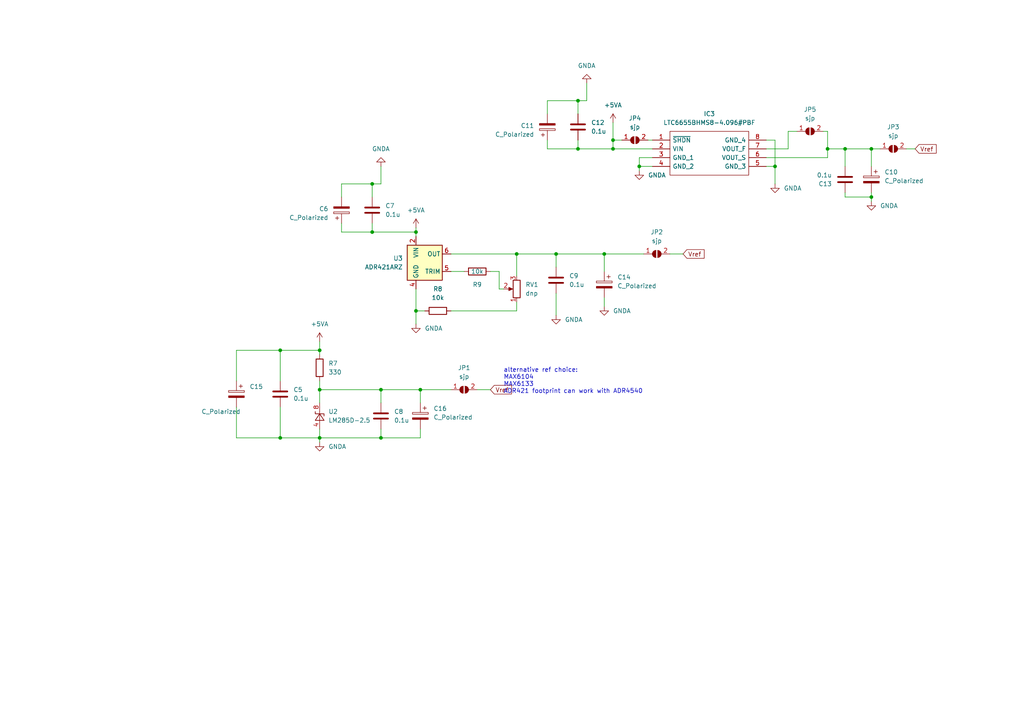
<source format=kicad_sch>
(kicad_sch (version 20211123) (generator eeschema)
  (paper "A4")
  (lib_symbols
    (symbol "Device:C" (pin_numbers hide) (pin_names (offset 0.254))
      (property "Reference" "C" (at 0.635 2.54 0))
      (property "Value" "C" (at 0.635 -2.54 0))
      (symbol "C_0_1"
        (polyline (pts (xy -2.032 -0.762) (xy 2.032 -0.762)) (stroke (width 0.508)))
        (polyline (pts (xy -2.032 0.762) (xy 2.032 0.762)) (stroke (width 0.508)))
      )
      (symbol "C_1_1"
        (pin passive line (at 0 3.81 270) (length 2.794) (name "~") (number "1"))
        (pin passive line (at 0 -3.81 90) (length 2.794) (name "~") (number "2"))
      )
    )
    (symbol "Device:C_Polarized" (pin_numbers hide) (pin_names (offset 0.254))
      (property "Reference" "C" (at 0.635 2.54 0))
      (property "Value" "C_Polarized" (at 0.635 -2.54 0))
      (symbol "C_Polarized_0_1"
        (rectangle (start -2.286 0.508) (end 2.286 1.016))
        (polyline (pts (xy -1.778 2.286) (xy -0.762 2.286)))
        (polyline (pts (xy -1.27 2.794) (xy -1.27 1.778)))
        (rectangle (start 2.286 -0.508) (end -2.286 -1.016) (fill (type outline)))
      )
      (symbol "C_Polarized_1_1"
        (pin passive line (at 0 3.81 270) (length 2.794) (name "~") (number "1"))
        (pin passive line (at 0 -3.81 90) (length 2.794) (name "~") (number "2"))
      )
    )
    (symbol "Device:R" (pin_numbers hide) (pin_names (offset 0))
      (property "Reference" "R" (at 2.032 0 90))
      (property "Value" "R" (at 0 0 90))
      (symbol "R_0_1"
        (rectangle (start -1.016 -2.54) (end 1.016 2.54) (stroke (width 0.254)))
      )
      (symbol "R_1_1"
        (pin passive line (at 0 3.81 270) (length 1.27) (name "~") (number "1"))
        (pin passive line (at 0 -3.81 90) (length 1.27) (name "~") (number "2"))
      )
    )
    (symbol "Device:R_Potentiometer" (pin_names (offset 1.016) hide)
      (property "Reference" "RV" (at -4.445 0 90))
      (property "Value" "R_Potentiometer" (at -2.54 0 90))
      (symbol "R_Potentiometer_0_1"
        (polyline (pts (xy 2.54 0) (xy 1.524 0)))
        (polyline (pts (xy 1.143 0) (xy 2.286 0.508) (xy 2.286 -0.508) (xy 1.143 0)) (fill (type outline)))
        (rectangle (start 1.016 2.54) (end -1.016 -2.54) (stroke (width 0.254)))
      )
      (symbol "R_Potentiometer_1_1"
        (pin passive line (at 0 3.81 270) (length 1.27) (name "1") (number "1"))
        (pin passive line (at 3.81 0 180) (length 1.27) (name "2") (number "2"))
        (pin passive line (at 0 -3.81 90) (length 1.27) (name "3") (number "3"))
      )
    )
    (symbol "Jumper:SolderJumper_2_Open" (pin_names (offset 0) hide)
      (property "Reference" "JP" (at 0 2.032 0))
      (property "Value" "SolderJumper_2_Open" (at 0 -2.54 0))
      (symbol "SolderJumper_2_Open_0_1"
        (arc (start -0.254 1.016) (mid -1.27 0) (end -0.254 -1.016))
        (arc (start -0.254 1.016) (mid -1.27 0) (end -0.254 -1.016) (fill (type outline)))
        (polyline (pts (xy -0.254 1.016) (xy -0.254 -1.016)))
        (polyline (pts (xy 0.254 1.016) (xy 0.254 -1.016)))
        (arc (start 0.254 -1.016) (mid 1.27 0) (end 0.254 1.016))
        (arc (start 0.254 -1.016) (mid 1.27 0) (end 0.254 1.016) (fill (type outline)))
      )
      (symbol "SolderJumper_2_Open_1_1"
        (pin passive line (at -3.81 0 0) (length 2.54) (name "A") (number "1"))
        (pin passive line (at 3.81 0 180) (length 2.54) (name "B") (number "2"))
      )
    )
    (symbol "Reference_Voltage:ADR421ARMZ"
      (property "Reference" "U" (at 0 6.35 0))
      (property "Value" "ADR421ARMZ" (at 3.81 -6.35 0))
      (symbol "ADR421ARMZ_0_1"
        (rectangle (start 5.08 -5.08) (end -5.08 5.08) (stroke (width 0.254)) (fill (type background)))
        (pin no_connect line (at -5.08 0 0) (length 2.54) hide (name "TP") (number "1"))
        (pin power_in line (at -2.54 7.62 270) (length 2.54) (name "VIN") (number "2"))
        (pin no_connect line (at 5.08 0 180) (length 2.54) hide (name "NC") (number "3"))
        (pin power_in line (at -2.54 -7.62 90) (length 2.54) (name "GND") (number "4"))
        (pin passive line (at 7.62 -2.54 180) (length 2.54) (name "TRIM") (number "5"))
        (pin output line (at 7.62 2.54 180) (length 2.54) (name "OUT") (number "6"))
        (pin no_connect line (at -5.08 2.54 0) (length 2.54) hide (name "NC") (number "7"))
        (pin no_connect line (at -5.08 -2.54 0) (length 2.54) hide (name "TP") (number "8"))
      )
    )
    (symbol "Reference_Voltage:LM285D-2.5" (pin_names (offset 0.0254) hide)
      (property "Reference" "U" (at 0 3.175 0))
      (property "Value" "LM285D-2.5" (at 0 -3.175 0))
      (symbol "LM285D-2.5_0_1"
        (polyline (pts (xy -1.27 0) (xy 0 0) (xy 1.27 0)))
        (polyline (pts (xy -1.27 -1.27) (xy 0.635 0) (xy -1.27 1.27) (xy -1.27 -1.27)) (stroke (width 0.2032)))
        (polyline (pts (xy 0 -1.27) (xy 0.635 -1.27) (xy 0.635 1.27) (xy 1.27 1.27)) (stroke (width 0.2032)))
      )
      (symbol "LM285D-2.5_1_1"
        (pin passive line (at -3.81 0 0) (length 2.54) (name "A") (number "4"))
        (pin passive line (at 3.81 0 180) (length 2.54) (name "K") (number "8"))
      )
    )
    (symbol "SamacSys_Parts:LTC6655BHMS8-4.096#PBF" (pin_names (offset 0.762))
      (property "Reference" "IC" (at 29.21 7.62 0))
      (property "Value" "LTC6655BHMS8-4.096#PBF" (at 29.21 5.08 0))
      (symbol "LTC6655BHMS8-4.096#PBF_0_0"
        (pin passive line (at 0 0 0) (length 5.08) (name "~{SHDN}") (number "1"))
        (pin passive line (at 0 -2.54 0) (length 5.08) (name "VIN") (number "2"))
        (pin passive line (at 0 -5.08 0) (length 5.08) (name "GND_1") (number "3"))
        (pin passive line (at 0 -7.62 0) (length 5.08) (name "GND_2") (number "4"))
        (pin passive line (at 33.02 -7.62 180) (length 5.08) (name "GND_3") (number "5"))
        (pin passive line (at 33.02 -5.08 180) (length 5.08) (name "VOUT_S") (number "6"))
        (pin passive line (at 33.02 -2.54 180) (length 5.08) (name "VOUT_F") (number "7"))
        (pin passive line (at 33.02 0 180) (length 5.08) (name "GND_4") (number "8"))
      )
      (symbol "LTC6655BHMS8-4.096#PBF_0_1"
        (polyline (pts (xy 5.08 2.54) (xy 27.94 2.54) (xy 27.94 -10.16) (xy 5.08 -10.16) (xy 5.08 2.54)) (stroke (width 0.1524)))
      )
    )
    (symbol "power:+5VA" (power) (pin_names (offset 0))
      (property "Value" "+5VA" (at 0 3.556 0))
      (symbol "+5VA_0_1"
        (polyline (pts (xy -0.762 1.27) (xy 0 2.54)))
        (polyline (pts (xy 0 0) (xy 0 2.54)))
        (polyline (pts (xy 0 2.54) (xy 0.762 1.27)))
      )
      (symbol "+5VA_1_1"
        (pin power_in line (at 0 0 90) (length 0) hide (name "+5VA") (number "1"))
      )
    )
    (symbol "power:GNDA" (power) (pin_names (offset 0))
      (property "Value" "GNDA" (at 0 -3.81 0))
      (symbol "GNDA_0_1"
        (polyline (pts (xy 0 0) (xy 0 -1.27) (xy 1.27 -1.27) (xy 0 -2.54) (xy -1.27 -1.27) (xy 0 -1.27)))
      )
      (symbol "GNDA_1_1"
        (pin power_in line (at 0 0 270) (length 0) hide (name "GNDA") (number "1"))
      )
    )
  )
  (junction (at 121.92 113.03))
  (junction (at 161.29 73.66))
  (junction (at 252.73 57.15))
  (junction (at 107.95 53.34))
  (junction (at 167.64 43.18))
  (junction (at 92.71 101.6))
  (junction (at 81.28 127))
  (junction (at 245.11 43.18))
  (junction (at 175.26 73.66))
  (junction (at 177.8 40.64))
  (junction (at 240.03 43.18))
  (junction (at 92.71 127))
  (junction (at 252.73 43.18))
  (junction (at 81.28 101.6))
  (junction (at 107.95 67.31))
  (junction (at 185.42 48.26))
  (junction (at 120.65 67.31))
  (junction (at 120.65 90.17))
  (junction (at 167.64 29.21))
  (junction (at 92.71 113.03))
  (junction (at 110.49 113.03))
  (junction (at 149.86 73.66))
  (junction (at 177.8 43.18))
  (junction (at 110.49 127))
  (junction (at 224.79 48.26))
  (wire (pts (xy 185.42 49.53) (xy 185.42 48.26)))
  (wire (pts (xy 134.62 78.74) (xy 130.81 78.74)))
  (wire (pts (xy 92.71 128.27) (xy 92.71 127)))
  (wire (pts (xy 110.49 113.03) (xy 92.71 113.03)))
  (wire (pts (xy 245.11 48.26) (xy 245.11 43.18)))
  (wire (pts (xy 167.64 40.64) (xy 167.64 43.18)))
  (wire (pts (xy 68.58 118.11) (xy 68.58 127)))
  (wire (pts (xy 189.23 48.26) (xy 185.42 48.26)))
  (wire (pts (xy 92.71 99.06) (xy 92.71 101.6)))
  (wire (pts (xy 222.25 43.18) (xy 228.6 43.18)))
  (wire (pts (xy 158.75 40.64) (xy 158.75 43.18)))
  (wire (pts (xy 149.86 90.17) (xy 130.81 90.17)))
  (wire (pts (xy 120.65 90.17) (xy 120.65 83.82)))
  (wire (pts (xy 185.42 48.26) (xy 185.42 45.72)))
  (wire (pts (xy 240.03 43.18) (xy 245.11 43.18)))
  (wire (pts (xy 92.71 101.6) (xy 81.28 101.6)))
  (wire (pts (xy 110.49 53.34) (xy 110.49 48.26)))
  (wire (pts (xy 120.65 66.04) (xy 120.65 67.31)))
  (wire (pts (xy 81.28 101.6) (xy 81.28 110.49)))
  (wire (pts (xy 149.86 73.66) (xy 161.29 73.66)))
  (wire (pts (xy 222.25 45.72) (xy 240.03 45.72)))
  (wire (pts (xy 99.06 64.77) (xy 99.06 67.31)))
  (wire (pts (xy 121.92 127) (xy 110.49 127)))
  (wire (pts (xy 92.71 110.49) (xy 92.71 113.03)))
  (wire (pts (xy 177.8 43.18) (xy 189.23 43.18)))
  (wire (pts (xy 238.76 38.1) (xy 240.03 38.1)))
  (wire (pts (xy 167.64 29.21) (xy 170.18 29.21)))
  (wire (pts (xy 149.86 80.01) (xy 149.86 73.66)))
  (wire (pts (xy 170.18 29.21) (xy 170.18 24.13)))
  (wire (pts (xy 120.65 67.31) (xy 120.65 68.58)))
  (wire (pts (xy 110.49 127) (xy 92.71 127)))
  (wire (pts (xy 107.95 53.34) (xy 99.06 53.34)))
  (wire (pts (xy 198.12 73.66) (xy 194.31 73.66)))
  (wire (pts (xy 130.81 73.66) (xy 149.86 73.66)))
  (wire (pts (xy 99.06 53.34) (xy 99.06 57.15)))
  (wire (pts (xy 222.25 40.64) (xy 224.79 40.64)))
  (wire (pts (xy 224.79 48.26) (xy 224.79 53.34)))
  (wire (pts (xy 180.34 40.64) (xy 177.8 40.64)))
  (wire (pts (xy 167.64 43.18) (xy 177.8 43.18)))
  (wire (pts (xy 99.06 67.31) (xy 107.95 67.31)))
  (wire (pts (xy 107.95 64.77) (xy 107.95 67.31)))
  (wire (pts (xy 228.6 38.1) (xy 228.6 43.18)))
  (wire (pts (xy 177.8 35.56) (xy 177.8 40.64)))
  (wire (pts (xy 175.26 78.74) (xy 175.26 73.66)))
  (wire (pts (xy 121.92 116.84) (xy 121.92 113.03)))
  (wire (pts (xy 107.95 67.31) (xy 120.65 67.31)))
  (wire (pts (xy 265.43 43.18) (xy 262.89 43.18)))
  (wire (pts (xy 68.58 127) (xy 81.28 127)))
  (wire (pts (xy 187.96 40.64) (xy 189.23 40.64)))
  (wire (pts (xy 144.78 83.82) (xy 146.05 83.82)))
  (wire (pts (xy 121.92 113.03) (xy 110.49 113.03)))
  (wire (pts (xy 231.14 38.1) (xy 228.6 38.1)))
  (wire (pts (xy 158.75 29.21) (xy 158.75 33.02)))
  (wire (pts (xy 240.03 45.72) (xy 240.03 43.18)))
  (wire (pts (xy 107.95 53.34) (xy 110.49 53.34)))
  (wire (pts (xy 161.29 77.47) (xy 161.29 73.66)))
  (wire (pts (xy 81.28 127) (xy 92.71 127)))
  (wire (pts (xy 185.42 45.72) (xy 189.23 45.72)))
  (wire (pts (xy 142.24 113.03) (xy 138.43 113.03)))
  (wire (pts (xy 123.19 90.17) (xy 120.65 90.17)))
  (wire (pts (xy 110.49 124.46) (xy 110.49 127)))
  (wire (pts (xy 240.03 38.1) (xy 240.03 43.18)))
  (wire (pts (xy 158.75 43.18) (xy 167.64 43.18)))
  (wire (pts (xy 149.86 87.63) (xy 149.86 90.17)))
  (wire (pts (xy 68.58 110.49) (xy 68.58 101.6)))
  (wire (pts (xy 252.73 57.15) (xy 252.73 55.88)))
  (wire (pts (xy 120.65 93.98) (xy 120.65 90.17)))
  (wire (pts (xy 175.26 73.66) (xy 161.29 73.66)))
  (wire (pts (xy 81.28 118.11) (xy 81.28 127)))
  (wire (pts (xy 167.64 29.21) (xy 167.64 33.02)))
  (wire (pts (xy 224.79 48.26) (xy 222.25 48.26)))
  (wire (pts (xy 161.29 85.09) (xy 161.29 91.44)))
  (wire (pts (xy 175.26 86.36) (xy 175.26 88.9)))
  (wire (pts (xy 144.78 78.74) (xy 144.78 83.82)))
  (wire (pts (xy 92.71 101.6) (xy 92.71 102.87)))
  (wire (pts (xy 245.11 57.15) (xy 252.73 57.15)))
  (wire (pts (xy 245.11 43.18) (xy 252.73 43.18)))
  (wire (pts (xy 252.73 48.26) (xy 252.73 43.18)))
  (wire (pts (xy 245.11 55.88) (xy 245.11 57.15)))
  (wire (pts (xy 110.49 116.84) (xy 110.49 113.03)))
  (wire (pts (xy 224.79 40.64) (xy 224.79 48.26)))
  (wire (pts (xy 186.69 73.66) (xy 175.26 73.66)))
  (wire (pts (xy 252.73 43.18) (xy 255.27 43.18)))
  (wire (pts (xy 177.8 40.64) (xy 177.8 43.18)))
  (wire (pts (xy 92.71 113.03) (xy 92.71 116.84)))
  (wire (pts (xy 167.64 29.21) (xy 158.75 29.21)))
  (wire (pts (xy 252.73 58.42) (xy 252.73 57.15)))
  (wire (pts (xy 121.92 124.46) (xy 121.92 127)))
  (wire (pts (xy 142.24 78.74) (xy 144.78 78.74)))
  (wire (pts (xy 92.71 127) (xy 92.71 124.46)))
  (wire (pts (xy 130.81 113.03) (xy 121.92 113.03)))
  (wire (pts (xy 107.95 53.34) (xy 107.95 57.15)))
  (wire (pts (xy 68.58 101.6) (xy 81.28 101.6)))
  (text "alternative ref choice:\nMAX6104\nMAX6133\nADR421 footprint can work with ADR4540\n" (at 146.05 114.3 0) (effects (font (size 1.27 1.27)) (justify left bottom)))
  (global_label "Vref" (shape input) (at 265.43 43.18 0) (property "Intersheet References" "${INTERSHEET_REFS}" (effects hide)))
  (global_label "Vref" (shape input) (at 198.12 73.66 0) (property "Intersheet References" "${INTERSHEET_REFS}" (effects hide)))
  (global_label "Vref" (shape input) (at 142.24 113.03 0) (property "Intersheet References" "${INTERSHEET_REFS}" (effects hide)))
  (symbol (lib_id "power:GNDA") (at 170.18 24.13 180) (unit 1)
    (property "Reference" "#PWR0115" (effects hide))
    (property "Value" "GNDA" (at 170.18 19.05 0))
  )
  (symbol (lib_id "Device:C") (at 161.29 81.28 0) (mirror y) (unit 1)
    (property "Reference" "C9" (at 165.1 80.0099 0) (effects (justify right)))
    (property "Value" "0.1u" (at 165.1 82.5499 0) (effects (justify right)))
    (property "Footprint" "Capacitor_SMD:C_0805_2012Metric" (effects hide))
  )
  (symbol (lib_id "Jumper:SolderJumper_2_Open") (at 259.08 43.18 0) (unit 1)
    (property "Reference" "JP3" (at 259.08 36.83 0))
    (property "Value" "sjp" (at 259.08 39.37 0))
    (property "Footprint" "Jumper:SolderJumper-2_P1.3mm_Open_RoundedPad1.0x1.5mm" (effects hide))
  )
  (symbol (lib_id "Device:R_Potentiometer") (at 149.86 83.82 180) (unit 1)
    (property "Reference" "RV1" (at 152.4 82.5499 0) (effects (justify right)))
    (property "Value" "dnp" (at 152.4 85.0899 0) (effects (justify right)))
    (property "Footprint" "Potentiometer_SMD:Potentiometer_Bourns_3224W_Vertical" (effects hide))
  )
  (symbol (lib_id "power:GNDA") (at 92.71 128.27 0) (unit 1)
    (property "Reference" "#PWR0110" (effects hide))
    (property "Value" "GNDA" (at 95.25 129.5399 0) (effects (justify left)))
  )
  (symbol (lib_id "Reference_Voltage:ADR421ARMZ") (at 123.19 76.2 0) (unit 1)
    (property "Reference" "U3" (at 116.84 74.9299 0) (effects (justify right)))
    (property "Value" "ADR421ARZ" (at 116.84 77.4699 0) (effects (justify right)))
    (property "Footprint" "Package_SO:SOIC-8_3.9x4.9mm_P1.27mm" (effects hide))
    (property "Datasheet" "https://www.analog.com/media/en/technical-documentation/data-sheets/adr420_421_423_425.pdf" (effects hide))
  )
  (symbol (lib_id "Device:C") (at 81.28 114.3 0) (unit 1)
    (property "Reference" "C5" (at 85.09 113.0299 0) (effects (justify left)))
    (property "Value" "0.1u" (at 85.09 115.5699 0) (effects (justify left)))
    (property "Footprint" "Capacitor_SMD:C_0805_2012Metric" (effects hide))
  )
  (symbol (lib_id "Device:C") (at 167.64 36.83 180) (unit 1)
    (property "Reference" "C12" (at 171.45 35.5599 0) (effects (justify right)))
    (property "Value" "0.1u" (at 171.45 38.0999 0) (effects (justify right)))
    (property "Footprint" "Capacitor_SMD:C_0805_2012Metric" (effects hide))
  )
  (symbol (lib_id "Reference_Voltage:LM285D-2.5") (at 92.71 120.65 90) (unit 1)
    (property "Reference" "U2" (at 95.25 119.3799 90) (effects (justify right)))
    (property "Value" "LM285D-2.5" (at 95.25 121.9199 90) (effects (justify right)))
    (property "Footprint" "Package_SO:SOIC-8_3.9x4.9mm_P1.27mm" (effects hide))
    (property "Datasheet" "http://www.onsemi.com/pub_link/Collateral/LM285-D.PDF" (effects hide))
  )
  (symbol (lib_id "Device:C") (at 245.11 52.07 0) (unit 1)
    (property "Reference" "C13" (at 241.3 53.3401 0) (effects (justify right)))
    (property "Value" "0.1u" (at 241.3 50.8001 0) (effects (justify right)))
    (property "Footprint" "Capacitor_SMD:C_0805_2012Metric" (effects hide))
  )
  (symbol (lib_id "Device:R") (at 127 90.17 270) (unit 1)
    (property "Reference" "R8" (at 127 83.82 90))
    (property "Value" "10k" (at 127 86.36 90))
    (property "Footprint" "Resistor_SMD:R_0805_2012Metric" (effects hide))
  )
  (symbol (lib_id "Device:R") (at 138.43 78.74 90) (mirror x) (unit 1)
    (property "Reference" "R9" (at 138.43 82.55 90))
    (property "Value" "10k" (at 138.43 78.74 90))
    (property "Footprint" "Resistor_SMD:R_0805_2012Metric" (effects hide))
  )
  (symbol (lib_id "Device:C_Polarized") (at 175.26 82.55 0) (mirror y) (unit 1)
    (property "Reference" "C14" (at 179.07 80.3909 0) (effects (justify right)))
    (property "Value" "C_Polarized" (at 179.07 82.9309 0) (effects (justify right)))
    (property "Footprint" "Capacitor_Tantalum_SMD:CP_EIA-3528-12_Kemet-T" (effects hide))
  )
  (symbol (lib_id "Device:C_Polarized") (at 99.06 60.96 0) (mirror x) (unit 1)
    (property "Reference" "C6" (at 95.25 60.5789 0) (effects (justify right)))
    (property "Value" "C_Polarized" (at 95.25 63.1189 0) (effects (justify right)))
    (property "Footprint" "Capacitor_Tantalum_SMD:CP_EIA-3528-12_Kemet-T" (effects hide))
  )
  (symbol (lib_id "power:GNDA") (at 161.29 91.44 0) (unit 1)
    (property "Reference" "#PWR0109" (effects hide))
    (property "Value" "GNDA" (at 163.83 92.7099 0) (effects (justify left)))
  )
  (symbol (lib_id "SamacSys_Parts:LTC6655BHMS8-4.096#PBF") (at 189.23 40.64 0) (unit 1)
    (property "Reference" "IC3" (at 205.74 33.02 0))
    (property "Value" "LTC6655BHMS8-4.096#PBF" (at 205.74 35.56 0))
    (property "Footprint" "SOP65P490X110-8N" (effects hide))
    (property "Datasheet" "https://datasheet.datasheetarchive.com/originals/distributors/Datasheets_SAMA/9998420db371d494094b96e548e5d6b5.pdf" (effects hide))
    (property "Description" "Voltage References Ultra Low Noise, 4.096V Precision Voltage Reference" (effects hide))
    (property "Height" "1.1" (effects hide))
    (property "Mouser Part Number" "584-6655BHMS84.096PF" (effects hide))
    (property "Mouser Price/Stock" "https://www.mouser.co.uk/ProductDetail/Analog-Devices/LTC6655BHMS8-4096PBF?qs=hVkxg5c3xu%2FIGDryBHV7tg%3D%3D" (effects hide))
    (property "Manufacturer_Name" "Analog Devices" (effects hide))
    (property "Manufacturer_Part_Number" "LTC6655BHMS8-4.096#PBF" (effects hide))
  )
  (symbol (lib_id "Device:C_Polarized") (at 252.73 52.07 0) (mirror y) (unit 1)
    (property "Reference" "C10" (at 256.54 49.9109 0) (effects (justify right)))
    (property "Value" "C_Polarized" (at 256.54 52.4509 0) (effects (justify right)))
    (property "Footprint" "Capacitor_Tantalum_SMD:CP_EIA-3528-12_Kemet-T" (effects hide))
  )
  (symbol (lib_id "power:GNDA") (at 175.26 88.9 0) (unit 1)
    (property "Reference" "#PWR0112" (effects hide))
    (property "Value" "GNDA" (at 177.8 90.1699 0) (effects (justify left)))
  )
  (symbol (lib_id "power:GNDA") (at 120.65 93.98 0) (unit 1)
    (property "Reference" "#PWR0108" (effects hide))
    (property "Value" "GNDA" (at 123.19 95.2499 0) (effects (justify left)))
  )
  (symbol (lib_id "power:GNDA") (at 252.73 58.42 0) (unit 1)
    (property "Reference" "#PWR0117" (effects hide))
    (property "Value" "GNDA" (at 255.27 59.6899 0) (effects (justify left)))
  )
  (symbol (lib_id "power:+5VA") (at 177.8 35.56 0) (unit 1)
    (property "Reference" "#PWR0113" (effects hide))
    (property "Value" "+5VA" (at 177.8 30.48 0))
  )
  (symbol (lib_id "Device:C_Polarized") (at 68.58 114.3 0) (mirror y) (unit 1)
    (property "Reference" "C15" (at 72.39 112.1409 0) (effects (justify right)))
    (property "Value" "C_Polarized" (at 58.42 119.38 0) (effects (justify right)))
    (property "Footprint" "Capacitor_Tantalum_SMD:CP_EIA-3528-12_Kemet-T" (effects hide))
  )
  (symbol (lib_id "Jumper:SolderJumper_2_Open") (at 234.95 38.1 0) (unit 1)
    (property "Reference" "JP5" (at 234.95 31.75 0))
    (property "Value" "sjp" (at 234.95 34.29 0))
    (property "Footprint" "Jumper:SolderJumper-2_P1.3mm_Open_RoundedPad1.0x1.5mm" (effects hide))
  )
  (symbol (lib_id "Device:C") (at 110.49 120.65 0) (unit 1)
    (property "Reference" "C8" (at 114.3 119.3799 0) (effects (justify left)))
    (property "Value" "0.1u" (at 114.3 121.9199 0) (effects (justify left)))
    (property "Footprint" "Capacitor_SMD:C_0805_2012Metric" (effects hide))
  )
  (symbol (lib_id "Jumper:SolderJumper_2_Open") (at 134.62 113.03 0) (unit 1)
    (property "Reference" "JP1" (at 134.62 106.68 0))
    (property "Value" "sjp" (at 134.62 109.22 0))
    (property "Footprint" "Jumper:SolderJumper-2_P1.3mm_Open_RoundedPad1.0x1.5mm" (effects hide))
  )
  (symbol (lib_id "power:GNDA") (at 110.49 48.26 180) (unit 1)
    (property "Reference" "#PWR0107" (effects hide))
    (property "Value" "GNDA" (at 110.49 43.18 0))
  )
  (symbol (lib_id "Device:C_Polarized") (at 158.75 36.83 0) (mirror x) (unit 1)
    (property "Reference" "C11" (at 154.94 36.4489 0) (effects (justify right)))
    (property "Value" "C_Polarized" (at 154.94 38.9889 0) (effects (justify right)))
    (property "Footprint" "Capacitor_Tantalum_SMD:CP_EIA-3528-12_Kemet-T" (effects hide))
  )
  (symbol (lib_id "power:+5VA") (at 120.65 66.04 0) (unit 1)
    (property "Reference" "#PWR0106" (effects hide))
    (property "Value" "+5VA" (at 120.65 60.96 0))
  )
  (symbol (lib_id "Device:R") (at 92.71 106.68 0) (unit 1)
    (property "Reference" "R7" (at 95.25 105.4099 0) (effects (justify left)))
    (property "Value" "330" (at 95.25 107.9499 0) (effects (justify left)))
    (property "Footprint" "Resistor_SMD:R_0805_2012Metric" (effects hide))
  )
  (symbol (lib_id "power:GNDA") (at 224.79 53.34 0) (unit 1)
    (property "Reference" "#PWR0116" (effects hide))
    (property "Value" "GNDA" (at 227.33 54.6099 0) (effects (justify left)))
  )
  (symbol (lib_id "Jumper:SolderJumper_2_Open") (at 190.5 73.66 0) (unit 1)
    (property "Reference" "JP2" (at 190.5 67.31 0))
    (property "Value" "sjp" (at 190.5 69.85 0))
    (property "Footprint" "Jumper:SolderJumper-2_P1.3mm_Open_RoundedPad1.0x1.5mm" (effects hide))
  )
  (symbol (lib_id "Device:C") (at 107.95 60.96 180) (unit 1)
    (property "Reference" "C7" (at 111.76 59.6899 0) (effects (justify right)))
    (property "Value" "0.1u" (at 111.76 62.2299 0) (effects (justify right)))
    (property "Footprint" "Capacitor_SMD:C_0805_2012Metric" (effects hide))
  )
  (symbol (lib_id "power:GNDA") (at 185.42 49.53 0) (unit 1)
    (property "Reference" "#PWR0114" (effects hide))
    (property "Value" "GNDA" (at 187.96 50.7999 0) (effects (justify left)))
  )
  (symbol (lib_id "Device:C_Polarized") (at 121.92 120.65 0) (mirror y) (unit 1)
    (property "Reference" "C16" (at 125.73 118.4909 0) (effects (justify right)))
    (property "Value" "C_Polarized" (at 125.73 121.0309 0) (effects (justify right)))
    (property "Footprint" "Capacitor_Tantalum_SMD:CP_EIA-3528-12_Kemet-T" (effects hide))
  )
  (symbol (lib_id "power:+5VA") (at 92.71 99.06 0) (unit 1)
    (property "Reference" "#PWR0111" (effects hide))
    (property "Value" "+5VA" (at 92.71 93.98 0))
  )
  (symbol (lib_id "Jumper:SolderJumper_2_Open") (at 184.15 40.64 0) (unit 1)
    (property "Reference" "JP4" (at 184.15 34.29 0))
    (property "Value" "sjp" (at 184.15 36.83 0))
    (property "Footprint" "Jumper:SolderJumper-2_P1.3mm_Open_RoundedPad1.0x1.5mm" (effects hide))
  )
)
</source>
